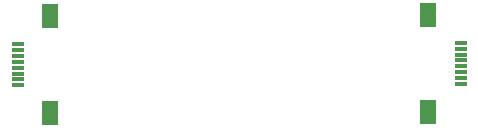
<source format=gbr>
G04 #@! TF.GenerationSoftware,KiCad,Pcbnew,(5.1.4)-1*
G04 #@! TF.CreationDate,2019-11-11T10:19:35+09:00*
G04 #@! TF.ProjectId,sig_sensor,7369675f-7365-46e7-936f-722e6b696361,rev?*
G04 #@! TF.SameCoordinates,Original*
G04 #@! TF.FileFunction,Paste,Top*
G04 #@! TF.FilePolarity,Positive*
%FSLAX46Y46*%
G04 Gerber Fmt 4.6, Leading zero omitted, Abs format (unit mm)*
G04 Created by KiCad (PCBNEW (5.1.4)-1) date 2019-11-11 10:19:35*
%MOMM*%
%LPD*%
G04 APERTURE LIST*
%ADD10R,1.050000X0.350000*%
%ADD11R,1.350000X2.000000*%
G04 APERTURE END LIST*
D10*
X135160000Y-84750000D03*
X135160000Y-84250000D03*
X135160000Y-83750000D03*
X135160000Y-83250000D03*
X135160000Y-81250000D03*
X135160000Y-81750000D03*
X135160000Y-82250000D03*
X135160000Y-82750000D03*
D11*
X137910000Y-78900000D03*
X137910000Y-87100000D03*
D10*
X172660000Y-81140000D03*
X172660000Y-81640000D03*
X172660000Y-82140000D03*
X172660000Y-82640000D03*
X172660000Y-84640000D03*
X172660000Y-84140000D03*
X172660000Y-83640000D03*
X172660000Y-83140000D03*
D11*
X169910000Y-86990000D03*
X169910000Y-78790000D03*
M02*

</source>
